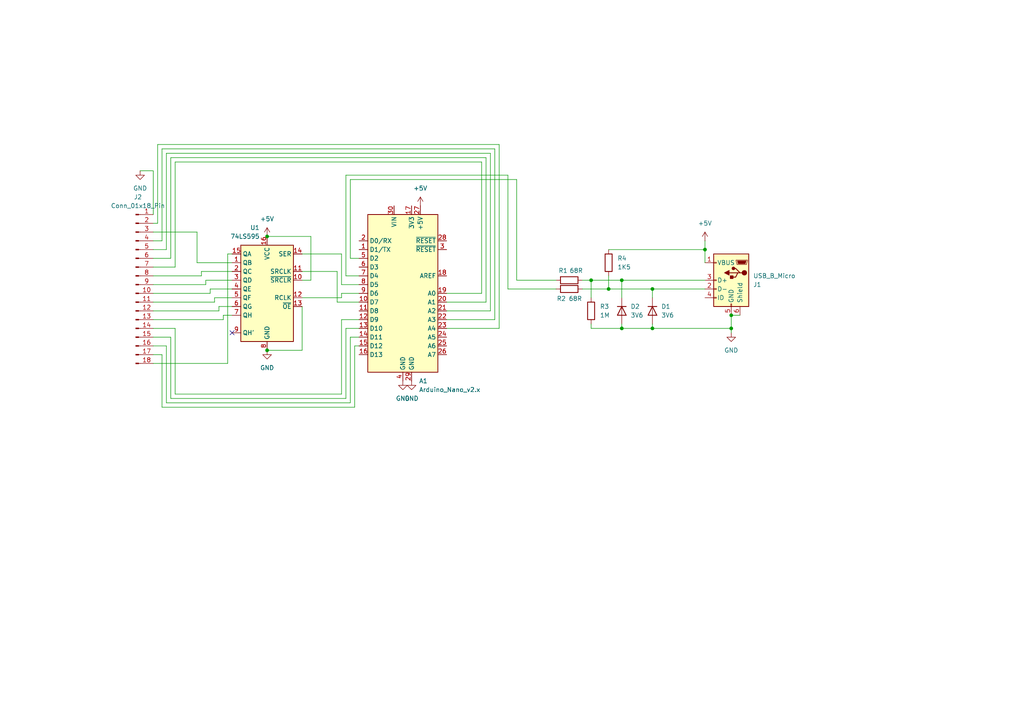
<source format=kicad_sch>
(kicad_sch (version 20250114) (generator "eeschema") (generator_version "9.0")
  (paper "A4")
  (lib_symbols
    (symbol "74xx:74LS595"
      (property "Reference" "U" (at -7.62 13.97 0))
      (property "Value" "74LS595" (at -7.62 -16.51 0))
      (symbol "74LS595_1_0"
        (pin input line (at -10.16 10.16 0) (length 2.54) (name "SER") (number "14"))
        (pin input line (at -10.16 5.08 0) (length 2.54) (name "SRCLK") (number "11"))
        (pin input line (at -10.16 2.54 0) (length 2.54) (name "~{SRCLR}") (number "10"))
        (pin input line (at -10.16 -2.54 0) (length 2.54) (name "RCLK") (number "12"))
        (pin input line (at -10.16 -5.08 0) (length 2.54) (name "~{OE}") (number "13"))
        (pin power_in line (at 0 15.24 270) (length 2.54) (name "VCC") (number "16"))
        (pin power_in line (at 0 -17.78 90) (length 2.54) (name "GND") (number "8"))
        (pin tri_state line (at 10.16 10.16 180) (length 2.54) (name "QA") (number "15"))
        (pin tri_state line (at 10.16 7.62 180) (length 2.54) (name "QB") (number "1"))
        (pin tri_state line (at 10.16 5.08 180) (length 2.54) (name "QC") (number "2"))
        (pin tri_state line (at 10.16 2.54 180) (length 2.54) (name "QD") (number "3"))
        (pin tri_state line (at 10.16 0 180) (length 2.54) (name "QE") (number "4"))
        (pin tri_state line (at 10.16 -2.54 180) (length 2.54) (name "QF") (number "5"))
        (pin tri_state line (at 10.16 -5.08 180) (length 2.54) (name "QG") (number "6"))
        (pin tri_state line (at 10.16 -7.62 180) (length 2.54) (name "QH") (number "7"))
        (pin output line (at 10.16 -12.7 180) (length 2.54) (name "QH'") (number "9"))
      )
      (symbol "74LS595_1_1"
        (rectangle (start -7.62 12.7) (end 7.62 -15.24) (stroke (width 0.254)) (fill (type background)))
      )
    )
    (symbol "Connector:Conn_01x18_Pin" (pin_names (offset 1.016) (hide yes))
      (property "Reference" "J" (at 0 22.86 0))
      (property "Value" "Conn_01x18_Pin" (at 0 -25.4 0))
      (symbol "Conn_01x18_Pin_1_1"
        (rectangle (start 0.8636 20.447) (end 0 20.193) (stroke (width 0.1524)) (fill (type outline)))
        (rectangle (start 0.8636 17.907) (end 0 17.653) (stroke (width 0.1524)) (fill (type outline)))
        (rectangle (start 0.8636 15.367) (end 0 15.113) (stroke (width 0.1524)) (fill (type outline)))
        (rectangle (start 0.8636 12.827) (end 0 12.573) (stroke (width 0.1524)) (fill (type outline)))
        (rectangle (start 0.8636 10.287) (end 0 10.033) (stroke (width 0.1524)) (fill (type outline)))
        (rectangle (start 0.8636 7.747) (end 0 7.493) (stroke (width 0.1524)) (fill (type outline)))
        (rectangle (start 0.8636 5.207) (end 0 4.953) (stroke (width 0.1524)) (fill (type outline)))
        (rectangle (start 0.8636 2.667) (end 0 2.413) (stroke (width 0.1524)) (fill (type outline)))
        (rectangle (start 0.8636 0.127) (end 0 -0.127) (stroke (width 0.1524)) (fill (type outline)))
        (rectangle (start 0.8636 -2.413) (end 0 -2.667) (stroke (width 0.1524)) (fill (type outline)))
        (rectangle (start 0.8636 -4.953) (end 0 -5.207) (stroke (width 0.1524)) (fill (type outline)))
        (rectangle (start 0.8636 -7.493) (end 0 -7.747) (stroke (width 0.1524)) (fill (type outline)))
        (rectangle (start 0.8636 -10.033) (end 0 -10.287) (stroke (width 0.1524)) (fill (type outline)))
        (rectangle (start 0.8636 -12.573) (end 0 -12.827) (stroke (width 0.1524)) (fill (type outline)))
        (rectangle (start 0.8636 -15.113) (end 0 -15.367) (stroke (width 0.1524)) (fill (type outline)))
        (rectangle (start 0.8636 -17.653) (end 0 -17.907) (stroke (width 0.1524)) (fill (type outline)))
        (rectangle (start 0.8636 -20.193) (end 0 -20.447) (stroke (width 0.1524)) (fill (type outline)))
        (rectangle (start 0.8636 -22.733) (end 0 -22.987) (stroke (width 0.1524)) (fill (type outline)))
        (polyline (pts (xy 1.27 20.32) (xy 0.8636 20.32)) (stroke (width 0.1524)))
        (polyline (pts (xy 1.27 17.78) (xy 0.8636 17.78)) (stroke (width 0.1524)))
        (polyline (pts (xy 1.27 15.24) (xy 0.8636 15.24)) (stroke (width 0.1524)))
        (polyline (pts (xy 1.27 12.7) (xy 0.8636 12.7)) (stroke (width 0.1524)))
        (polyline (pts (xy 1.27 10.16) (xy 0.8636 10.16)) (stroke (width 0.1524)))
        (polyline (pts (xy 1.27 7.62) (xy 0.8636 7.62)) (stroke (width 0.1524)))
        (polyline (pts (xy 1.27 5.08) (xy 0.8636 5.08)) (stroke (width 0.1524)))
        (polyline (pts (xy 1.27 2.54) (xy 0.8636 2.54)) (stroke (width 0.1524)))
        (polyline (pts (xy 1.27 0) (xy 0.8636 0)) (stroke (width 0.1524)))
        (polyline (pts (xy 1.27 -2.54) (xy 0.8636 -2.54)) (stroke (width 0.1524)))
        (polyline (pts (xy 1.27 -5.08) (xy 0.8636 -5.08)) (stroke (width 0.1524)))
        (polyline (pts (xy 1.27 -7.62) (xy 0.8636 -7.62)) (stroke (width 0.1524)))
        (polyline (pts (xy 1.27 -10.16) (xy 0.8636 -10.16)) (stroke (width 0.1524)))
        (polyline (pts (xy 1.27 -12.7) (xy 0.8636 -12.7)) (stroke (width 0.1524)))
        (polyline (pts (xy 1.27 -15.24) (xy 0.8636 -15.24)) (stroke (width 0.1524)))
        (polyline (pts (xy 1.27 -17.78) (xy 0.8636 -17.78)) (stroke (width 0.1524)))
        (polyline (pts (xy 1.27 -20.32) (xy 0.8636 -20.32)) (stroke (width 0.1524)))
        (polyline (pts (xy 1.27 -22.86) (xy 0.8636 -22.86)) (stroke (width 0.1524)))
        (pin passive line (at 5.08 20.32 180) (length 3.81) (name "Pin_1") (number "1"))
        (pin passive line (at 5.08 17.78 180) (length 3.81) (name "Pin_2") (number "2"))
        (pin passive line (at 5.08 15.24 180) (length 3.81) (name "Pin_3") (number "3"))
        (pin passive line (at 5.08 12.7 180) (length 3.81) (name "Pin_4") (number "4"))
        (pin passive line (at 5.08 10.16 180) (length 3.81) (name "Pin_5") (number "5"))
        (pin passive line (at 5.08 7.62 180) (length 3.81) (name "Pin_6") (number "6"))
        (pin passive line (at 5.08 5.08 180) (length 3.81) (name "Pin_7") (number "7"))
        (pin passive line (at 5.08 2.54 180) (length 3.81) (name "Pin_8") (number "8"))
        (pin passive line (at 5.08 0 180) (length 3.81) (name "Pin_9") (number "9"))
        (pin passive line (at 5.08 -2.54 180) (length 3.81) (name "Pin_10") (number "10"))
        (pin passive line (at 5.08 -5.08 180) (length 3.81) (name "Pin_11") (number "11"))
        (pin passive line (at 5.08 -7.62 180) (length 3.81) (name "Pin_12") (number "12"))
        (pin passive line (at 5.08 -10.16 180) (length 3.81) (name "Pin_13") (number "13"))
        (pin passive line (at 5.08 -12.7 180) (length 3.81) (name "Pin_14") (number "14"))
        (pin passive line (at 5.08 -15.24 180) (length 3.81) (name "Pin_15") (number "15"))
        (pin passive line (at 5.08 -17.78 180) (length 3.81) (name "Pin_16") (number "16"))
        (pin passive line (at 5.08 -20.32 180) (length 3.81) (name "Pin_17") (number "17"))
        (pin passive line (at 5.08 -22.86 180) (length 3.81) (name "Pin_18") (number "18"))
      )
    )
    (symbol "Connector:USB_B_Micro" (pin_names (offset 1.016))
      (property "Reference" "J" (at -5.08 11.43 0))
      (property "Value" "USB_B_Micro" (at -5.08 8.89 0))
      (symbol "USB_B_Micro_0_1"
        (rectangle (start -5.08 -7.62) (end 5.08 7.62) (stroke (width 0.254)) (fill (type background)))
        (polyline (pts (xy -4.699 5.842) (xy -4.699 5.588) (xy -4.445 4.826) (xy -4.445 4.572) (xy -1.651 4.572) (xy -1.651 4.826) (xy -1.397 5.588) (xy -1.397 5.842) (xy -4.699 5.842)))
        (polyline (pts (xy -4.318 5.588) (xy -1.778 5.588) (xy -2.032 4.826) (xy -4.064 4.826) (xy -4.318 5.588)) (fill (type outline)))
        (circle (center -3.81 2.159) (radius 0.635) (stroke (width 0.254)) (fill (type outline)))
        (polyline (pts (xy -3.175 2.159) (xy -2.54 2.159) (xy -1.27 3.429) (xy -0.635 3.429)) (stroke (width 0.254)))
        (polyline (pts (xy -2.54 2.159) (xy -1.905 2.159) (xy -1.27 0.889) (xy 0 0.889)) (stroke (width 0.254)))
        (polyline (pts (xy -1.905 2.159) (xy 0.635 2.159)) (stroke (width 0.254)))
        (circle (center -0.635 3.429) (radius 0.381) (stroke (width 0.254)) (fill (type outline)))
        (rectangle (start -0.127 -7.62) (end 0.127 -6.858))
        (rectangle (start 0.254 1.27) (end -0.508 0.508) (stroke (width 0.254)) (fill (type outline)))
        (polyline (pts (xy 0.635 2.794) (xy 0.635 1.524) (xy 1.905 2.159) (xy 0.635 2.794)) (stroke (width 0.254)) (fill (type outline)))
        (rectangle (start 5.08 4.953) (end 4.318 5.207))
        (rectangle (start 5.08 -0.127) (end 4.318 0.127))
        (rectangle (start 5.08 -2.667) (end 4.318 -2.413))
        (rectangle (start 5.08 -5.207) (end 4.318 -4.953))
      )
      (symbol "USB_B_Micro_1_1"
        (pin passive line (at -2.54 -10.16 90) (length 2.54) (name "Shield") (number "6"))
        (pin power_out line (at 0 -10.16 90) (length 2.54) (name "GND") (number "5"))
        (pin power_out line (at 7.62 5.08 180) (length 2.54) (name "VBUS") (number "1"))
        (pin bidirectional line (at 7.62 0 180) (length 2.54) (name "D+") (number "3"))
        (pin bidirectional line (at 7.62 -2.54 180) (length 2.54) (name "D-") (number "2"))
        (pin passive line (at 7.62 -5.08 180) (length 2.54) (name "ID") (number "4"))
      )
    )
    (symbol "Device:D" (pin_numbers (hide yes)) (pin_names (offset 1.016) (hide yes))
      (property "Reference" "D" (at 0 2.54 0))
      (property "Value" "D" (at 0 -2.54 0))
      (symbol "D_0_1"
        (polyline (pts (xy -1.27 1.27) (xy -1.27 -1.27)) (stroke (width 0.254)))
        (polyline (pts (xy 1.27 1.27) (xy 1.27 -1.27) (xy -1.27 0) (xy 1.27 1.27)) (stroke (width 0.254)))
        (polyline (pts (xy 1.27 0) (xy -1.27 0)))
      )
      (symbol "D_1_1"
        (pin passive line (at -3.81 0 0) (length 2.54) (name "K") (number "1"))
        (pin passive line (at 3.81 0 180) (length 2.54) (name "A") (number "2"))
      )
    )
    (symbol "Device:R" (pin_numbers (hide yes)) (pin_names (offset 0))
      (property "Reference" "R" (at 2.032 0 90))
      (property "Value" "R" (at 0 0 90))
      (symbol "R_0_1"
        (rectangle (start -1.016 -2.54) (end 1.016 2.54) (stroke (width 0.254)))
      )
      (symbol "R_1_1"
        (pin passive line (at 0 3.81 270) (length 1.27) (name "~") (number "1"))
        (pin passive line (at 0 -3.81 90) (length 1.27) (name "~") (number "2"))
      )
    )
    (symbol "MCU_Module:Arduino_Nano_v2.x"
      (property "Reference" "A" (at -10.16 23.495 0))
      (property "Value" "Arduino_Nano_v2.x" (at 5.08 -24.13 0))
      (symbol "Arduino_Nano_v2.x_0_1"
        (rectangle (start -10.16 22.86) (end 10.16 -22.86) (stroke (width 0.254)) (fill (type background)))
      )
      (symbol "Arduino_Nano_v2.x_1_1"
        (pin bidirectional line (at -12.7 15.24 0) (length 2.54) (name "D0/RX") (number "2"))
        (pin bidirectional line (at -12.7 12.7 0) (length 2.54) (name "D1/TX") (number "1"))
        (pin bidirectional line (at -12.7 10.16 0) (length 2.54) (name "D2") (number "5"))
        (pin bidirectional line (at -12.7 7.62 0) (length 2.54) (name "D3") (number "6"))
        (pin bidirectional line (at -12.7 5.08 0) (length 2.54) (name "D4") (number "7"))
        (pin bidirectional line (at -12.7 2.54 0) (length 2.54) (name "D5") (number "8"))
        (pin bidirectional line (at -12.7 0 0) (length 2.54) (name "D6") (number "9"))
        (pin bidirectional line (at -12.7 -2.54 0) (length 2.54) (name "D7") (number "10"))
        (pin bidirectional line (at -12.7 -5.08 0) (length 2.54) (name "D8") (number "11"))
        (pin bidirectional line (at -12.7 -7.62 0) (length 2.54) (name "D9") (number "12"))
        (pin bidirectional line (at -12.7 -10.16 0) (length 2.54) (name "D10") (number "13"))
        (pin bidirectional line (at -12.7 -12.7 0) (length 2.54) (name "D11") (number "14"))
        (pin bidirectional line (at -12.7 -15.24 0) (length 2.54) (name "D12") (number "15"))
        (pin bidirectional line (at -12.7 -17.78 0) (length 2.54) (name "D13") (number "16"))
        (pin power_in line (at -2.54 25.4 270) (length 2.54) (name "VIN") (number "30"))
        (pin power_in line (at 0 -25.4 90) (length 2.54) (name "GND") (number "4"))
        (pin power_out line (at 2.54 25.4 270) (length 2.54) (name "3V3") (number "17"))
        (pin power_in line (at 2.54 -25.4 90) (length 2.54) (name "GND") (number "29"))
        (pin power_out line (at 5.08 25.4 270) (length 2.54) (name "+5V") (number "27"))
        (pin input line (at 12.7 15.24 180) (length 2.54) (name "~{RESET}") (number "28"))
        (pin input line (at 12.7 12.7 180) (length 2.54) (name "~{RESET}") (number "3"))
        (pin input line (at 12.7 5.08 180) (length 2.54) (name "AREF") (number "18"))
        (pin bidirectional line (at 12.7 0 180) (length 2.54) (name "A0") (number "19"))
        (pin bidirectional line (at 12.7 -2.54 180) (length 2.54) (name "A1") (number "20"))
        (pin bidirectional line (at 12.7 -5.08 180) (length 2.54) (name "A2") (number "21"))
        (pin bidirectional line (at 12.7 -7.62 180) (length 2.54) (name "A3") (number "22"))
        (pin bidirectional line (at 12.7 -10.16 180) (length 2.54) (name "A4") (number "23"))
        (pin bidirectional line (at 12.7 -12.7 180) (length 2.54) (name "A5") (number "24"))
        (pin bidirectional line (at 12.7 -15.24 180) (length 2.54) (name "A6") (number "25"))
        (pin bidirectional line (at 12.7 -17.78 180) (length 2.54) (name "A7") (number "26"))
      )
    )
    (symbol "power:+5V" (power) (pin_numbers (hide yes)) (pin_names (offset 0) (hide yes))
      (property "Value" "+5V" (at 0 3.556 0))
      (symbol "+5V_0_1"
        (polyline (pts (xy -0.762 1.27) (xy 0 2.54)))
        (polyline (pts (xy 0 2.54) (xy 0.762 1.27)))
        (polyline (pts (xy 0 0) (xy 0 2.54)))
      )
      (symbol "+5V_1_1"
        (pin power_in line (at 0 0 90) (length 0) (name "~") (number "1"))
      )
    )
    (symbol "power:GND" (power) (pin_numbers (hide yes)) (pin_names (offset 0) (hide yes))
      (property "Value" "GND" (at 0 -3.81 0))
      (symbol "GND_0_1"
        (polyline (pts (xy 0 0) (xy 0 -1.27) (xy 1.27 -1.27) (xy 0 -2.54) (xy -1.27 -1.27) (xy 0 -1.27)))
      )
      (symbol "GND_1_1"
        (pin power_in line (at 0 0 270) (length 0) (name "~") (number "1"))
      )
    )
  )
  (junction (at 189.23 95.25))
  (junction (at 180.34 81.28))
  (junction (at 176.53 83.82))
  (junction (at 171.45 81.28))
  (junction (at 212.09 95.25))
  (junction (at 204.47 72.39))
  (junction (at 212.09 91.44))
  (junction (at 189.23 83.82))
  (junction (at 180.34 95.25))
  (junction (at 77.47 101.6))
  (junction (at 77.47 68.58))
  (no_connect (at 67.31 96.52))
  (wire (pts (xy 59.69 81.28) (xy 59.69 82.55)))
  (wire (pts (xy 171.45 95.25) (xy 171.45 93.98)))
  (wire (pts (xy 59.69 81.28) (xy 67.31 81.28)))
  (wire (pts (xy 49.53 97.79) (xy 49.53 115.57)))
  (wire (pts (xy 44.45 77.47) (xy 50.8 77.47)))
  (wire (pts (xy 171.45 95.25) (xy 180.34 95.25)))
  (wire (pts (xy 90.17 68.58) (xy 90.17 81.28)))
  (wire (pts (xy 45.72 41.91) (xy 144.78 41.91)))
  (wire (pts (xy 87.63 88.9) (xy 87.63 101.6)))
  (wire (pts (xy 142.24 44.45) (xy 142.24 90.17)))
  (wire (pts (xy 48.26 72.39) (xy 48.26 44.45)))
  (wire (pts (xy 100.33 50.8) (xy 100.33 80.01)))
  (wire (pts (xy 45.72 64.77) (xy 45.72 41.91)))
  (wire (pts (xy 57.15 67.31) (xy 57.15 76.2)))
  (wire (pts (xy 44.45 49.53) (xy 44.45 62.23)))
  (wire (pts (xy 48.26 116.84) (xy 48.26 100.33)))
  (wire (pts (xy 144.78 41.91) (xy 144.78 95.25)))
  (wire (pts (xy 168.91 83.82) (xy 176.53 83.82)))
  (wire (pts (xy 44.45 97.79) (xy 49.53 97.79)))
  (wire (pts (xy 189.23 83.82) (xy 204.47 83.82)))
  (wire (pts (xy 48.26 100.33) (xy 44.45 100.33)))
  (wire (pts (xy 168.91 81.28) (xy 171.45 81.28)))
  (wire (pts (xy 99.06 82.55) (xy 104.14 82.55)))
  (wire (pts (xy 46.99 69.85) (xy 46.99 43.18)))
  (wire (pts (xy 212.09 91.44) (xy 214.63 91.44)))
  (wire (pts (xy 212.09 95.25) (xy 212.09 96.52)))
  (wire (pts (xy 100.33 115.57) (xy 100.33 95.25)))
  (wire (pts (xy 104.14 97.79) (xy 101.6 97.79)))
  (wire (pts (xy 46.99 43.18) (xy 143.51 43.18)))
  (wire (pts (xy 147.32 50.8) (xy 100.33 50.8)))
  (wire (pts (xy 140.97 45.72) (xy 49.53 45.72)))
  (wire (pts (xy 143.51 92.71) (xy 129.54 92.71)))
  (wire (pts (xy 142.24 90.17) (xy 129.54 90.17)))
  (wire (pts (xy 212.09 91.44) (xy 212.09 95.25)))
  (wire (pts (xy 176.53 72.39) (xy 204.47 72.39)))
  (wire (pts (xy 49.53 115.57) (xy 100.33 115.57)))
  (wire (pts (xy 144.78 95.25) (xy 129.54 95.25)))
  (wire (pts (xy 64.77 92.71) (xy 64.77 91.44)))
  (wire (pts (xy 44.45 105.41) (xy 66.04 105.41)))
  (wire (pts (xy 100.33 95.25) (xy 104.14 95.25)))
  (wire (pts (xy 189.23 95.25) (xy 212.09 95.25)))
  (wire (pts (xy 77.47 68.58) (xy 90.17 68.58)))
  (wire (pts (xy 102.87 118.11) (xy 102.87 100.33)))
  (wire (pts (xy 44.45 102.87) (xy 46.99 102.87)))
  (wire (pts (xy 40.64 49.53) (xy 44.45 49.53)))
  (wire (pts (xy 204.47 69.85) (xy 204.47 72.39)))
  (wire (pts (xy 139.7 46.99) (xy 139.7 85.09)))
  (wire (pts (xy 104.14 92.71) (xy 99.06 92.71)))
  (wire (pts (xy 44.45 87.63) (xy 62.23 87.63)))
  (wire (pts (xy 87.63 78.74) (xy 97.79 78.74)))
  (wire (pts (xy 149.86 81.28) (xy 149.86 52.07)))
  (wire (pts (xy 49.53 74.93) (xy 44.45 74.93)))
  (wire (pts (xy 63.5 90.17) (xy 63.5 88.9)))
  (wire (pts (xy 87.63 73.66) (xy 99.06 73.66)))
  (wire (pts (xy 99.06 92.71) (xy 99.06 114.3)))
  (wire (pts (xy 50.8 46.99) (xy 139.7 46.99)))
  (wire (pts (xy 139.7 85.09) (xy 129.54 85.09)))
  (wire (pts (xy 97.79 87.63) (xy 104.14 87.63)))
  (wire (pts (xy 161.29 81.28) (xy 149.86 81.28)))
  (wire (pts (xy 204.47 72.39) (xy 204.47 76.2)))
  (wire (pts (xy 57.15 76.2) (xy 67.31 76.2)))
  (wire (pts (xy 44.45 85.09) (xy 60.96 85.09)))
  (wire (pts (xy 97.79 78.74) (xy 97.79 87.63)))
  (wire (pts (xy 48.26 44.45) (xy 142.24 44.45)))
  (wire (pts (xy 44.45 90.17) (xy 63.5 90.17)))
  (wire (pts (xy 58.42 78.74) (xy 67.31 78.74)))
  (wire (pts (xy 46.99 102.87) (xy 46.99 118.11)))
  (wire (pts (xy 180.34 95.25) (xy 189.23 95.25)))
  (wire (pts (xy 44.45 67.31) (xy 57.15 67.31)))
  (wire (pts (xy 87.63 81.28) (xy 90.17 81.28)))
  (wire (pts (xy 171.45 81.28) (xy 180.34 81.28)))
  (wire (pts (xy 129.54 87.63) (xy 140.97 87.63)))
  (wire (pts (xy 44.45 80.01) (xy 58.42 80.01)))
  (wire (pts (xy 180.34 81.28) (xy 204.47 81.28)))
  (wire (pts (xy 101.6 116.84) (xy 48.26 116.84)))
  (wire (pts (xy 50.8 95.25) (xy 44.45 95.25)))
  (wire (pts (xy 99.06 73.66) (xy 99.06 82.55)))
  (wire (pts (xy 77.47 101.6) (xy 87.63 101.6)))
  (wire (pts (xy 46.99 118.11) (xy 102.87 118.11)))
  (wire (pts (xy 101.6 52.07) (xy 101.6 74.93)))
  (wire (pts (xy 143.51 43.18) (xy 143.51 92.71)))
  (wire (pts (xy 140.97 87.63) (xy 140.97 45.72)))
  (wire (pts (xy 189.23 86.36) (xy 189.23 83.82)))
  (wire (pts (xy 62.23 87.63) (xy 62.23 86.36)))
  (wire (pts (xy 66.04 73.66) (xy 66.04 105.41)))
  (wire (pts (xy 44.45 82.55) (xy 59.69 82.55)))
  (wire (pts (xy 101.6 97.79) (xy 101.6 116.84)))
  (wire (pts (xy 44.45 72.39) (xy 48.26 72.39)))
  (wire (pts (xy 102.87 100.33) (xy 104.14 100.33)))
  (wire (pts (xy 58.42 78.74) (xy 58.42 80.01)))
  (wire (pts (xy 49.53 45.72) (xy 49.53 74.93)))
  (wire (pts (xy 63.5 88.9) (xy 67.31 88.9)))
  (wire (pts (xy 180.34 93.98) (xy 180.34 95.25)))
  (wire (pts (xy 62.23 86.36) (xy 67.31 86.36)))
  (wire (pts (xy 87.63 86.36) (xy 99.06 86.36)))
  (wire (pts (xy 189.23 93.98) (xy 189.23 95.25)))
  (wire (pts (xy 100.33 80.01) (xy 104.14 80.01)))
  (wire (pts (xy 60.96 83.82) (xy 60.96 85.09)))
  (wire (pts (xy 99.06 114.3) (xy 50.8 114.3)))
  (wire (pts (xy 50.8 77.47) (xy 50.8 46.99)))
  (wire (pts (xy 66.04 73.66) (xy 67.31 73.66)))
  (wire (pts (xy 161.29 83.82) (xy 147.32 83.82)))
  (wire (pts (xy 60.96 83.82) (xy 67.31 83.82)))
  (wire (pts (xy 101.6 74.93) (xy 104.14 74.93)))
  (wire (pts (xy 50.8 114.3) (xy 50.8 95.25)))
  (wire (pts (xy 44.45 92.71) (xy 64.77 92.71)))
  (wire (pts (xy 147.32 83.82) (xy 147.32 50.8)))
  (wire (pts (xy 171.45 81.28) (xy 171.45 86.36)))
  (wire (pts (xy 99.06 86.36) (xy 99.06 85.09)))
  (wire (pts (xy 176.53 83.82) (xy 189.23 83.82)))
  (wire (pts (xy 149.86 52.07) (xy 101.6 52.07)))
  (wire (pts (xy 44.45 69.85) (xy 46.99 69.85)))
  (wire (pts (xy 44.45 64.77) (xy 45.72 64.77)))
  (wire (pts (xy 99.06 85.09) (xy 104.14 85.09)))
  (wire (pts (xy 64.77 91.44) (xy 67.31 91.44)))
  (wire (pts (xy 180.34 81.28) (xy 180.34 86.36)))
  (wire (pts (xy 176.53 80.01) (xy 176.53 83.82)))
  (symbol (lib_id "power:GND") (at 212.09 96.52 0) (unit 1)
    (property "Reference" "#PWR07" (effects (hide yes)))
    (property "Value" "GND" (at 212.09 101.6 0))
    (property "Description" "Power symbol creates a global label with name \"GND\" , ground" (effects (hide yes)))
  )
  (symbol (lib_id "power:GND") (at 119.38 110.49 0) (unit 1)
    (property "Reference" "#PWR05" (effects (hide yes)))
    (property "Value" "GND" (at 119.38 115.57 0))
    (property "Description" "Power symbol creates a global label with name \"GND\" , ground" (effects (hide yes)))
  )
  (symbol (lib_id "Device:R") (at 176.53 76.2 180) (unit 1)
    (property "Reference" "R4" (at 179.07 74.9299 0) (effects (justify right)))
    (property "Value" "1K5" (at 179.07 77.4699 0) (effects (justify right)))
    (property "Footprint" "Resistor_THT:R_Axial_DIN0204_L3.6mm_D1.6mm_P7.62mm_Horizontal" (effects (hide yes)))
    (property "Description" "Resistor" (effects (hide yes)))
  )
  (symbol (lib_id "Device:D") (at 189.23 90.17 270) (unit 1)
    (property "Reference" "D1" (at 191.77 88.8999 90) (effects (justify left)))
    (property "Value" "3V6" (at 191.77 91.4399 90) (effects (justify left)))
    (property "Footprint" "Diode_THT:D_DO-35_SOD27_P7.62mm_Horizontal" (effects (hide yes)))
    (property "Description" "Diode" (effects (hide yes)))
    (property "Sim.Device" "D" (effects (hide yes)))
    (property "Sim.Pins" "1=K 2=A" (effects (hide yes)))
  )
  (symbol (lib_id "power:GND") (at 116.84 110.49 0) (unit 1)
    (property "Reference" "#PWR04" (effects (hide yes)))
    (property "Value" "GND" (at 116.84 115.57 0))
    (property "Description" "Power symbol creates a global label with name \"GND\" , ground" (effects (hide yes)))
  )
  (symbol (lib_id "Device:R") (at 171.45 90.17 180) (unit 1)
    (property "Reference" "R3" (at 173.99 88.8999 0) (effects (justify right)))
    (property "Value" "1M" (at 173.99 91.4399 0) (effects (justify right)))
    (property "Footprint" "Resistor_THT:R_Axial_DIN0204_L3.6mm_D1.6mm_P7.62mm_Horizontal" (effects (hide yes)))
    (property "Description" "Resistor" (effects (hide yes)))
  )
  (symbol (lib_id "74xx:74LS595") (at 77.47 83.82 0) (mirror y) (unit 1)
    (property "Reference" "U1" (at 75.3267 66.04 0) (effects (justify left)))
    (property "Value" "74LS595" (at 75.3267 68.58 0) (effects (justify left)))
    (property "Footprint" "Package_DIP:CERDIP-16_W7.62mm_SideBrazed_LongPads_Socket" (effects (hide yes)))
    (property "Datasheet" "http://www.ti.com/lit/gpn/sn74ls595" (effects (hide yes)))
    (property "Description" "8-bit serial in/out Shift Register 3-State Outputs" (effects (hide yes)))
  )
  (symbol (lib_id "Connector:USB_B_Micro") (at 212.09 81.28 0) (mirror y) (unit 1)
    (property "Reference" "J1" (at 218.44 82.5501 0) (effects (justify right)))
    (property "Value" "USB_B_Micro" (at 218.44 80.0101 0) (effects (justify right)))
    (property "Footprint" "Connector_USB:USB_Micro-B_Molex-105017-0001" (effects (hide yes)))
    (property "Description" "USB Micro Type B connector" (effects (hide yes)))
  )
  (symbol (lib_id "power:GND") (at 40.64 49.53 0) (unit 1)
    (property "Reference" "#PWR06" (effects (hide yes)))
    (property "Value" "GND" (at 40.64 54.61 0))
    (property "Description" "Power symbol creates a global label with name \"GND\" , ground" (effects (hide yes)))
  )
  (symbol (lib_id "Device:R") (at 165.1 81.28 90) (unit 1)
    (property "Reference" "R1" (at 163.322 78.486 90))
    (property "Value" "68R" (at 167.132 78.486 90))
    (property "Footprint" "Resistor_THT:R_Axial_DIN0204_L3.6mm_D1.6mm_P7.62mm_Horizontal" (effects (hide yes)))
    (property "Description" "Resistor" (effects (hide yes)))
  )
  (symbol (lib_id "power:GND") (at 77.47 101.6 0) (unit 1)
    (property "Reference" "#PWR01" (effects (hide yes)))
    (property "Value" "GND" (at 77.47 106.68 0))
    (property "Description" "Power symbol creates a global label with name \"GND\" , ground" (effects (hide yes)))
  )
  (symbol (lib_id "power:+5V") (at 204.47 69.85 0) (unit 1)
    (property "Reference" "#PWR08" (effects (hide yes)))
    (property "Value" "+5V" (at 204.47 64.77 0))
    (property "Description" "Power symbol creates a global label with name \"+5V\"" (effects (hide yes)))
  )
  (symbol (lib_id "MCU_Module:Arduino_Nano_v2.x") (at 116.84 85.09 0) (unit 1)
    (property "Reference" "A1" (at 121.5233 110.49 0) (effects (justify left)))
    (property "Value" "Arduino_Nano_v2.x" (at 121.5233 113.03 0) (effects (justify left)))
    (property "Footprint" "Module:Arduino_Nano" (effects (hide yes)))
    (property "Datasheet" "https://www.arduino.cc/en/uploads/Main/ArduinoNanoManual23.pdf" (effects (hide yes)))
    (property "Description" "Arduino Nano v2.x" (effects (hide yes)))
  )
  (symbol (lib_id "Device:D") (at 180.34 90.17 270) (unit 1)
    (property "Reference" "D2" (at 182.88 88.8999 90) (effects (justify left)))
    (property "Value" "3V6" (at 182.88 91.4399 90) (effects (justify left)))
    (property "Footprint" "Diode_THT:D_DO-35_SOD27_P7.62mm_Horizontal" (effects (hide yes)))
    (property "Description" "Diode" (effects (hide yes)))
    (property "Sim.Device" "D" (effects (hide yes)))
    (property "Sim.Pins" "1=K 2=A" (effects (hide yes)))
  )
  (symbol (lib_id "Device:R") (at 165.1 83.82 90) (unit 1)
    (property "Reference" "R2" (at 162.814 86.614 90))
    (property "Value" "68R" (at 166.878 86.614 90))
    (property "Footprint" "Resistor_THT:R_Axial_DIN0204_L3.6mm_D1.6mm_P7.62mm_Horizontal" (effects (hide yes)))
    (property "Description" "Resistor" (effects (hide yes)))
  )
  (symbol (lib_id "power:+5V") (at 121.92 59.69 0) (unit 1)
    (property "Reference" "#PWR03" (effects (hide yes)))
    (property "Value" "+5V" (at 121.92 54.61 0))
    (property "Description" "Power symbol creates a global label with name \"+5V\"" (effects (hide yes)))
  )
  (symbol (lib_id "Connector:Conn_01x18_Pin") (at 39.37 82.55 0) (unit 1)
    (property "Reference" "J2" (at 40.005 57.15 0))
    (property "Value" "Conn_01x18_Pin" (at 40.005 59.69 0))
    (property "Footprint" "Connector_PinHeader_2.54mm:PinHeader_1x18_P2.54mm_Vertical" (effects (hide yes)))
    (property "Description" "Generic connector, single row, 01x18, script generated" (effects (hide yes)))
  )
  (symbol (lib_id "power:+5V") (at 77.47 68.58 0) (unit 1)
    (property "Reference" "#PWR02" (effects (hide yes)))
    (property "Value" "+5V" (at 77.47 63.5 0))
    (property "Description" "Power symbol creates a global label with name \"+5V\"" (effects (hide yes)))
  )
)
</source>
